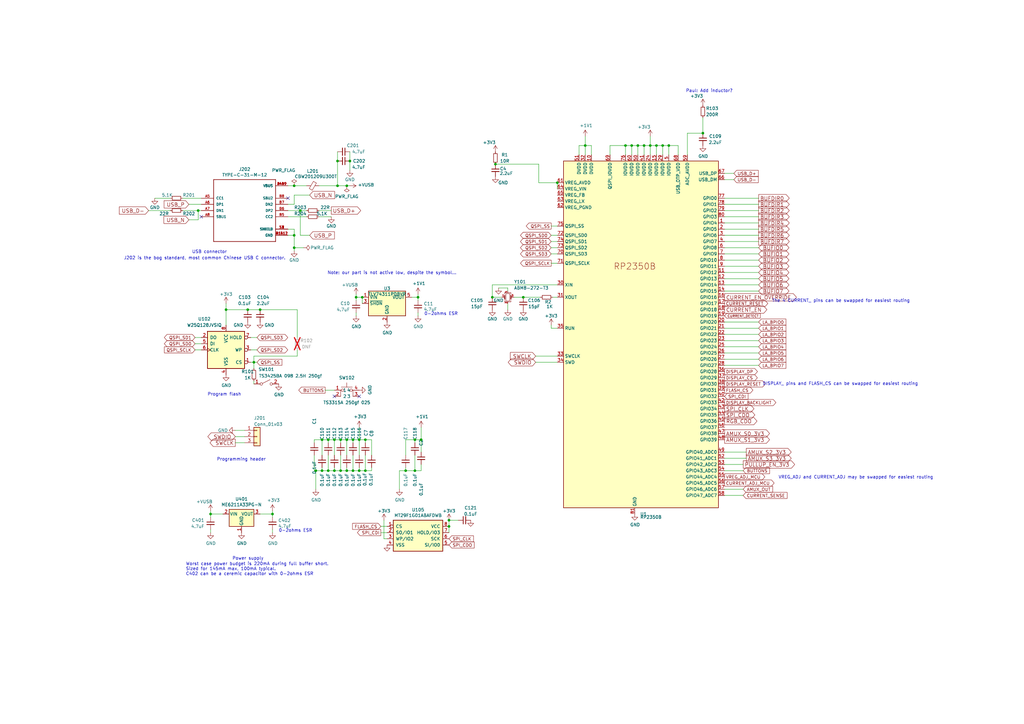
<source format=kicad_sch>
(kicad_sch (version 20250114) (generator "eeschema") (generator_version "9.0")
  (paper "A3")
  (text "The 4 CURRENT_ pins can be swapped for easiest routing" (at 344.932 123.444 0) (effects (font (size 1.27 1.27))))
  (text "Note: our part is not active low, despite the symbol..." (at 160.782 112.014 0) (effects (font (size 1.27 1.27))))
  (text "USB connector" (at 78.74 104.14 0) (effects (font (size 1.27 1.27)) (justify left bottom)))
  (text "DISPLAY_ pins and FLASH_CS can be swapped for easiest routing" (at 344.678 157.48 0) (effects (font (size 1.27 1.27))))
  (text "Power supply" (at 95.25 229.87 0) (effects (font (size 1.27 1.27)) (justify left bottom)))
  (text "J202 is the bog standard, most common Chinese USB C connector." (at 50.8 106.68 0) (effects (font (size 1.27 1.27)) (justify left bottom)))
  (text "Program flash" (at 85.09 162.56 0) (effects (font (size 1.27 1.27)) (justify left bottom)))
  (text "Worst case power budget is 220mA during full buffer short.\nSized for 145mA max, 100mA typical.\nC402 can be a ceremic capacitor with 0-2ohms ESR" (at 76.2 236.22 0) (effects (font (size 1.27 1.27)) (justify left bottom)))
  (text "Paul: Add inductor?" (at 281.305 38.1 0) (effects (font (size 1.27 1.27)) (justify left bottom)))
  (text "Programming header" (at 88.9 189.23 0) (effects (font (size 1.27 1.27)) (justify left bottom)))
  (text "VREG_ADJ and CURRENT_ADJ may be swapped for easiest routing" (at 351.028 195.834 0) (effects (font (size 1.27 1.27))))
  (text "0-2ohms ESR\n" (at 114.3 218.44 0) (effects (font (size 1.27 1.27)) (justify left bottom)))
  (text "0-2ohms ESR\n" (at 173.99 129.54 0) (effects (font (size 1.27 1.27)) (justify left bottom)))
  (junction (at 104.14 148.59))
  (junction (at 172.72 180.34))
  (junction (at 259.08 59.69))
  (junction (at 144.78 180.34))
  (junction (at 184.15 213.36))
  (junction (at 129.54 193.04))
  (junction (at 203.2 67.31))
  (junction (at 240.03 59.69))
  (junction (at 201.93 121.92))
  (junction (at 147.32 193.04))
  (junction (at 101.6 127))
  (junction (at 261.62 59.69))
  (junction (at 132.08 193.04))
  (junction (at 214.63 121.92))
  (junction (at 106.68 127))
  (junction (at 146.05 121.92))
  (junction (at 143.51 66.04))
  (junction (at 256.54 59.69))
  (junction (at 228.6 74.93))
  (junction (at 134.62 193.04))
  (junction (at 147.32 180.34))
  (junction (at 144.78 193.04))
  (junction (at 149.86 180.34))
  (junction (at 138.43 66.04))
  (junction (at 148.59 121.92))
  (junction (at 171.45 121.92))
  (junction (at 123.19 86.36))
  (junction (at 166.37 193.04))
  (junction (at 149.86 193.04))
  (junction (at 138.43 76.2))
  (junction (at 86.36 210.82))
  (junction (at 142.24 193.04))
  (junction (at 266.7 59.69))
  (junction (at 139.7 193.04))
  (junction (at 288.29 54.61))
  (junction (at 142.24 76.2))
  (junction (at 92.71 127))
  (junction (at 132.08 180.34))
  (junction (at 137.16 193.04))
  (junction (at 264.16 59.69))
  (junction (at 81.28 86.36))
  (junction (at 142.24 180.34))
  (junction (at 111.76 210.82))
  (junction (at 170.18 193.04))
  (junction (at 170.18 180.34))
  (junction (at 120.65 76.2))
  (junction (at 274.32 59.69))
  (junction (at 184.15 215.9))
  (junction (at 271.78 59.69))
  (junction (at 139.7 180.34))
  (junction (at 120.65 96.52))
  (junction (at 137.16 180.34))
  (junction (at 120.65 101.6))
  (junction (at 269.24 59.69))
  (junction (at 134.62 180.34))
  (no_connect (at 118.11 81.28))
  (no_connect (at 82.55 88.9))
  (no_connect (at 137.16 162.56))
  (no_connect (at 147.32 162.56))
  (wire (pts (xy 297.18 99.06) (xy 311.15 99.06)))
  (wire (pts (xy 271.78 59.69) (xy 274.32 59.69)))
  (wire (pts (xy 137.16 193.04) (xy 134.62 193.04)))
  (wire (pts (xy 228.6 99.06) (xy 226.06 99.06)))
  (wire (pts (xy 123.19 96.52) (xy 127 96.52)))
  (wire (pts (xy 152.4 180.34) (xy 149.86 180.34)))
  (wire (pts (xy 228.6 104.14) (xy 226.06 104.14)))
  (wire (pts (xy 281.94 54.61) (xy 281.94 63.5)))
  (wire (pts (xy 266.7 59.69) (xy 266.7 63.5)))
  (wire (pts (xy 219.71 148.59) (xy 228.6 148.59)))
  (wire (pts (xy 96.52 181.61) (xy 100.33 181.61)))
  (wire (pts (xy 137.16 186.69) (xy 137.16 180.34)))
  (wire (pts (xy 118.11 96.52) (xy 120.65 96.52)))
  (wire (pts (xy 121.92 127) (xy 106.68 127)))
  (wire (pts (xy 128.905 193.04) (xy 129.54 193.04)))
  (wire (pts (xy 171.45 121.92) (xy 171.45 123.19)))
  (wire (pts (xy 130.81 88.9) (xy 135.89 88.9)))
  (wire (pts (xy 132.08 193.04) (xy 129.54 193.04)))
  (wire (pts (xy 120.65 101.6) (xy 120.65 102.87)))
  (wire (pts (xy 143.51 66.04) (xy 143.51 69.85)))
  (wire (pts (xy 121.92 146.05) (xy 121.92 143.51)))
  (wire (pts (xy 228.6 146.05) (xy 219.71 146.05)))
  (wire (pts (xy 171.45 120.65) (xy 171.45 121.92)))
  (wire (pts (xy 82.55 81.28) (xy 74.93 81.28)))
  (wire (pts (xy 104.14 148.59) (xy 102.87 148.59)))
  (wire (pts (xy 148.59 121.92) (xy 148.59 124.46)))
  (wire (pts (xy 306.07 187.96) (xy 297.18 187.96)))
  (wire (pts (xy 297.18 119.38) (xy 311.15 119.38)))
  (wire (pts (xy 147.32 193.04) (xy 149.86 193.04)))
  (wire (pts (xy 92.71 127) (xy 92.71 124.46)))
  (wire (pts (xy 120.65 93.98) (xy 120.65 96.52)))
  (wire (pts (xy 221.615 121.92) (xy 214.63 121.92)))
  (wire (pts (xy 128.905 180.34) (xy 128.905 181.61)))
  (wire (pts (xy 82.55 83.82) (xy 77.47 83.82)))
  (wire (pts (xy 311.15 81.28) (xy 297.18 81.28)))
  (wire (pts (xy 146.05 128.27) (xy 146.05 129.54)))
  (wire (pts (xy 133.35 160.02) (xy 137.16 160.02)))
  (wire (pts (xy 269.24 59.69) (xy 271.78 59.69)))
  (wire (pts (xy 127 80.01) (xy 120.65 80.01)))
  (wire (pts (xy 111.76 210.82) (xy 111.76 212.09)))
  (wire (pts (xy 132.08 180.34) (xy 128.905 180.34)))
  (wire (pts (xy 105.41 148.59) (xy 104.14 148.59)))
  (wire (pts (xy 184.15 215.9) (xy 184.15 218.44)))
  (wire (pts (xy 139.7 186.69) (xy 139.7 193.04)))
  (wire (pts (xy 203.2 67.31) (xy 220.98 67.31)))
  (wire (pts (xy 240.03 55.88) (xy 240.03 59.69)))
  (wire (pts (xy 297.18 88.9) (xy 311.15 88.9)))
  (wire (pts (xy 149.86 186.69) (xy 149.86 193.04)))
  (wire (pts (xy 269.24 59.69) (xy 269.24 63.5)))
  (wire (pts (xy 86.36 209.55) (xy 86.36 210.82)))
  (wire (pts (xy 311.15 147.32) (xy 297.18 147.32)))
  (wire (pts (xy 101.6 127) (xy 92.71 127)))
  (wire (pts (xy 144.78 181.61) (xy 144.78 180.34)))
  (wire (pts (xy 82.55 140.97) (xy 80.01 140.97)))
  (wire (pts (xy 124.46 101.6) (xy 120.65 101.6)))
  (wire (pts (xy 228.6 74.93) (xy 228.6 77.47)))
  (wire (pts (xy 69.85 81.28) (xy 63.5 81.28)))
  (wire (pts (xy 172.72 175.26) (xy 172.72 180.34)))
  (wire (pts (xy 297.18 83.82) (xy 311.15 83.82)))
  (wire (pts (xy 205.74 121.92) (xy 201.93 121.92)))
  (wire (pts (xy 144.78 180.34) (xy 142.24 180.34)))
  (wire (pts (xy 288.29 48.26) (xy 288.29 54.61)))
  (wire (pts (xy 139.7 193.04) (xy 137.16 193.04)))
  (wire (pts (xy 311.15 144.78) (xy 297.18 144.78)))
  (wire (pts (xy 147.32 180.34) (xy 147.32 175.26)))
  (wire (pts (xy 228.6 101.6) (xy 226.06 101.6)))
  (wire (pts (xy 158.75 220.98) (xy 157.48 220.98)))
  (wire (pts (xy 111.76 209.55) (xy 111.76 210.82)))
  (wire (pts (xy 300.99 71.12) (xy 297.18 71.12)))
  (wire (pts (xy 149.86 181.61) (xy 149.86 180.34)))
  (wire (pts (xy 166.37 180.34) (xy 170.18 180.34)))
  (wire (pts (xy 278.13 59.69) (xy 278.13 63.5)))
  (wire (pts (xy 96.52 179.07) (xy 100.33 179.07)))
  (wire (pts (xy 120.65 83.82) (xy 118.11 83.82)))
  (wire (pts (xy 297.18 116.84) (xy 311.15 116.84)))
  (wire (pts (xy 120.65 80.01) (xy 120.65 83.82)))
  (wire (pts (xy 311.15 142.24) (xy 297.18 142.24)))
  (wire (pts (xy 266.7 59.69) (xy 269.24 59.69)))
  (wire (pts (xy 132.08 191.77) (xy 132.08 193.04)))
  (wire (pts (xy 120.65 76.2) (xy 125.73 76.2)))
  (wire (pts (xy 228.6 116.84) (xy 201.93 116.84)))
  (wire (pts (xy 184.15 213.36) (xy 184.15 215.9)))
  (wire (pts (xy 92.71 133.35) (xy 92.71 127)))
  (wire (pts (xy 143.51 62.23) (xy 143.51 66.04)))
  (wire (pts (xy 134.62 193.04) (xy 132.08 193.04)))
  (wire (pts (xy 300.99 73.66) (xy 297.18 73.66)))
  (wire (pts (xy 104.14 148.59) (xy 104.14 146.05)))
  (wire (pts (xy 138.43 76.2) (xy 142.24 76.2)))
  (wire (pts (xy 311.15 149.86) (xy 297.18 149.86)))
  (wire (pts (xy 139.7 180.34) (xy 137.16 180.34)))
  (wire (pts (xy 118.11 93.98) (xy 120.65 93.98)))
  (wire (pts (xy 134.62 180.34) (xy 132.08 180.34)))
  (wire (pts (xy 138.43 66.04) (xy 138.43 76.2)))
  (wire (pts (xy 168.91 121.92) (xy 171.45 121.92)))
  (wire (pts (xy 121.92 138.43) (xy 121.92 127)))
  (wire (pts (xy 172.72 180.34) (xy 172.72 185.42)))
  (wire (pts (xy 152.4 186.69) (xy 152.4 180.34)))
  (wire (pts (xy 166.37 186.69) (xy 166.37 180.34)))
  (wire (pts (xy 311.15 96.52) (xy 297.18 96.52)))
  (wire (pts (xy 228.6 74.93) (xy 220.98 74.93)))
  (wire (pts (xy 125.73 86.36) (xy 123.19 86.36)))
  (wire (pts (xy 228.6 92.71) (xy 226.06 92.71)))
  (wire (pts (xy 138.43 62.23) (xy 138.43 66.04)))
  (wire (pts (xy 149.86 180.34) (xy 147.32 180.34)))
  (wire (pts (xy 297.18 114.3) (xy 311.15 114.3)))
  (wire (pts (xy 170.18 193.04) (xy 172.72 193.04)))
  (wire (pts (xy 228.6 134.62) (xy 226.06 134.62)))
  (wire (pts (xy 134.62 186.69) (xy 134.62 193.04)))
  (wire (pts (xy 132.08 186.69) (xy 132.08 180.34)))
  (wire (pts (xy 104.14 157.48) (xy 104.14 156.21)))
  (wire (pts (xy 142.24 191.77) (xy 142.24 193.04)))
  (wire (pts (xy 187.96 213.36) (xy 184.15 213.36)))
  (wire (pts (xy 146.05 123.19) (xy 146.05 121.92)))
  (wire (pts (xy 86.36 217.17) (xy 86.36 218.44)))
  (wire (pts (xy 96.52 176.53) (xy 100.33 176.53)))
  (wire (pts (xy 147.32 191.77) (xy 147.32 193.04)))
  (wire (pts (xy 297.18 111.76) (xy 311.15 111.76)))
  (wire (pts (xy 130.81 76.2) (xy 138.43 76.2)))
  (wire (pts (xy 311.15 132.08) (xy 297.18 132.08)))
  (wire (pts (xy 220.98 74.93) (xy 220.98 67.31)))
  (wire (pts (xy 137.16 180.34) (xy 134.62 180.34)))
  (wire (pts (xy 304.8 190.5) (xy 297.18 190.5)))
  (wire (pts (xy 250.19 59.69) (xy 256.54 59.69)))
  (wire (pts (xy 297.18 185.42) (xy 306.07 185.42)))
  (wire (pts (xy 82.55 86.36) (xy 81.28 86.36)))
  (wire (pts (xy 304.8 200.66) (xy 297.18 200.66)))
  (wire (pts (xy 250.19 63.5) (xy 250.19 59.69)))
  (wire (pts (xy 147.32 193.04) (xy 144.78 193.04)))
  (wire (pts (xy 266.7 55.88) (xy 266.7 59.69)))
  (wire (pts (xy 104.14 146.05) (xy 121.92 146.05)))
  (wire (pts (xy 311.15 134.62) (xy 297.18 134.62)))
  (wire (pts (xy 311.15 86.36) (xy 297.18 86.36)))
  (wire (pts (xy 82.55 138.43) (xy 80.01 138.43)))
  (wire (pts (xy 130.81 86.36) (xy 135.89 86.36)))
  (wire (pts (xy 134.62 181.61) (xy 134.62 180.34)))
  (wire (pts (xy 281.94 54.61) (xy 288.29 54.61)))
  (wire (pts (xy 311.15 137.16) (xy 297.18 137.16)))
  (wire (pts (xy 144.78 193.04) (xy 142.24 193.04)))
  (wire (pts (xy 264.16 59.69) (xy 264.16 63.5)))
  (wire (pts (xy 118.11 86.36) (xy 123.19 86.36)))
  (wire (pts (xy 297.18 104.14) (xy 311.15 104.14)))
  (wire (pts (xy 242.57 59.69) (xy 242.57 63.5)))
  (wire (pts (xy 148.59 121.92) (xy 146.05 121.92)))
  (wire (pts (xy 228.6 96.52) (xy 226.06 96.52)))
  (wire (pts (xy 170.18 186.69) (xy 170.18 193.04)))
  (wire (pts (xy 163.83 193.04) (xy 163.83 200.66)))
  (wire (pts (xy 106.68 127) (xy 101.6 127)))
  (wire (pts (xy 81.28 90.17) (xy 81.28 86.36)))
  (wire (pts (xy 81.28 86.36) (xy 74.93 86.36)))
  (wire (pts (xy 158.75 215.9) (xy 156.21 215.9)))
  (wire (pts (xy 240.03 59.69) (xy 242.57 59.69)))
  (wire (pts (xy 104.14 151.13) (xy 104.14 148.59)))
  (wire (pts (xy 297.18 193.04) (xy 304.8 193.04)))
  (wire (pts (xy 311.15 139.7) (xy 297.18 139.7)))
  (wire (pts (xy 142.24 193.04) (xy 139.7 193.04)))
  (wire (pts (xy 144.78 186.69) (xy 144.78 193.04)))
  (wire (pts (xy 311.15 101.6) (xy 297.18 101.6)))
  (wire (pts (xy 228.6 107.95) (xy 226.06 107.95)))
  (wire (pts (xy 137.16 191.77) (xy 137.16 193.04)))
  (wire (pts (xy 147.32 186.69) (xy 147.32 180.34)))
  (wire (pts (xy 208.28 124.46) (xy 208.28 127)))
  (wire (pts (xy 170.18 180.34) (xy 170.18 181.61)))
  (wire (pts (xy 128.905 186.69) (xy 128.905 193.04)))
  (wire (pts (xy 69.85 86.36) (xy 60.96 86.36)))
  (wire (pts (xy 261.62 59.69) (xy 264.16 59.69)))
  (wire (pts (xy 261.62 59.69) (xy 261.62 63.5)))
  (wire (pts (xy 86.36 212.09) (xy 86.36 210.82)))
  (wire (pts (xy 156.21 218.44) (xy 158.75 218.44)))
  (wire (pts (xy 166.37 191.77) (xy 166.37 193.04)))
  (wire (pts (xy 152.4 193.04) (xy 152.4 191.77)))
  (wire (pts (xy 142.24 180.34) (xy 139.7 180.34)))
  (wire (pts (xy 208.28 118.11) (xy 208.28 119.38)))
  (wire (pts (xy 123.19 86.36) (xy 123.19 96.52)))
  (wire (pts (xy 142.24 186.69) (xy 142.24 180.34)))
  (wire (pts (xy 118.11 76.2) (xy 120.65 76.2)))
  (wire (pts (xy 271.78 63.5) (xy 271.78 59.69)))
  (wire (pts (xy 256.54 59.69) (xy 256.54 63.5)))
  (wire (pts (xy 311.15 91.44) (xy 297.18 91.44)))
  (wire (pts (xy 259.08 59.69) (xy 261.62 59.69)))
  (wire (pts (xy 105.41 138.43) (xy 102.87 138.43)))
  (wire (pts (xy 118.11 88.9) (xy 125.73 88.9)))
  (wire (pts (xy 146.05 120.65) (xy 146.05 121.92)))
  (wire (pts (xy 297.18 93.98) (xy 311.15 93.98)))
  (wire (pts (xy 274.32 59.69) (xy 274.32 63.5)))
  (wire (pts (xy 144.78 180.34) (xy 147.32 180.34)))
  (wire (pts (xy 201.93 116.84) (xy 201.93 121.92)))
  (wire (pts (xy 240.03 59.69) (xy 237.49 59.69)))
  (wire (pts (xy 172.72 190.5) (xy 172.72 193.04)))
  (wire (pts (xy 259.08 59.69) (xy 259.08 63.5)))
  (wire (pts (xy 274.32 59.69) (xy 278.13 59.69)))
  (wire (pts (xy 166.37 193.04) (xy 170.18 193.04)))
  (wire (pts (xy 149.86 193.04) (xy 152.4 193.04)))
  (wire (pts (xy 105.41 143.51) (xy 102.87 143.51)))
  (wire (pts (xy 228.6 121.92) (xy 226.695 121.92)))
  (wire (pts (xy 204.47 118.11) (xy 208.28 118.11)))
  (wire (pts (xy 163.83 193.04) (xy 166.37 193.04)))
  (wire (pts (xy 120.65 96.52) (xy 120.65 101.6)))
  (wire (pts (xy 139.7 181.61) (xy 139.7 180.34)))
  (wire (pts (xy 142.24 76.2) (xy 143.51 76.2)))
  (wire (pts (xy 237.49 59.69) (xy 237.49 63.5)))
  (wire (pts (xy 171.45 128.27) (xy 171.45 129.54)))
  (wire (pts (xy 264.16 59.69) (xy 266.7 59.69)))
  (wire (pts (xy 210.82 121.92) (xy 214.63 121.92)))
  (wire (pts (xy 256.54 59.69) (xy 259.08 59.69)))
  (wire (pts (xy 304.8 203.2) (xy 297.18 203.2)))
  (wire (pts (xy 82.55 143.51) (xy 80.01 143.51)))
  (wire (pts (xy 311.15 106.68) (xy 297.18 106.68)))
  (wire (pts (xy 172.72 180.34) (xy 170.18 180.34)))
  (wire (pts (xy 106.68 210.82) (xy 111.76 210.82)))
  (wire (pts (xy 111.76 217.17) (xy 111.76 218.44)))
  (wire (pts (xy 77.47 90.17) (xy 81.28 90.17)))
  (wire (pts (xy 157.48 220.98) (xy 157.48 213.36)))
  (wire (pts (xy 91.44 210.82) (xy 86.36 210.82)))
  (wire (pts (xy 297.18 109.22) (xy 311.15 109.22)))
  (wire (pts (xy 240.03 59.69) (xy 240.03 63.5)))
  (wire (pts (xy 226.06 134.62) (xy 226.06 133.35)))
  (wire (pts (xy 129.54 193.04) (xy 129.54 200.66)))
  (global_label "BUFIO3" (shape bidirectional) (at 311.15 109.22 0) (effects (font (size 1.524 1.524))) (property "Intersheetrefs" "${INTERSHEET_REFS}" (effects (hide yes))))
  (global_label "BUFDIR3" (shape output) (at 311.15 88.9 0) (effects (font (size 1.524 1.524))) (property "Intersheetrefs" "${INTERSHEET_REFS}" (effects (hide yes))))
  (global_label "DISPLAY_RESET" (shape output) (at 297.18 157.48 0) (property "Intersheetrefs" "${INTERSHEET_REFS}" (effects (hide yes))))
  (global_label "BUFIO1" (shape bidirectional) (at 311.15 104.14 0) (effects (font (size 1.524 1.524))) (property "Intersheetrefs" "${INTERSHEET_REFS}" (effects (hide yes))))
  (global_label "LA_BPIO4" (shape input) (at 311.15 142.24 0) (property "Intersheetrefs" "${INTERSHEET_REFS}" (effects (hide yes))))
  (global_label "QSPI_SD3" (shape bidirectional) (at 226.06 104.14 180) (property "Intersheetrefs" "${INTERSHEET_REFS}" (effects (hide yes))))
  (global_label "SWDIO" (shape bidirectional) (at 219.71 148.59 180) (effects (font (size 1.524 1.524))) (property "Intersheetrefs" "${INTERSHEET_REFS}" (effects (hide yes))))
  (global_label "QSPI_SCLK" (shape input) (at 80.01 143.51 180) (property "Intersheetrefs" "${INTERSHEET_REFS}" (effects (hide yes))))
  (global_label "SPI_CDO" (shape input) (at 184.15 223.52 0) (property "Intersheetrefs" "${INTERSHEET_REFS}" (effects (hide yes))))
  (global_label "QSPI_SS" (shape input) (at 105.41 148.59 0) (property "Intersheetrefs" "${INTERSHEET_REFS}" (effects (hide yes))))
  (global_label "AMUX_S1_3V3" (shape output) (at 297.18 180.34 0) (effects (font (size 1.524 1.524))) (property "Intersheetrefs" "${INTERSHEET_REFS}" (effects (hide yes))))
  (global_label "SPI_CDI" (shape output) (at 156.21 218.44 180) (property "Intersheetrefs" "${INTERSHEET_REFS}" (effects (hide yes))))
  (global_label "FLASH_CS" (shape input) (at 156.21 215.9 180) (property "Intersheetrefs" "${INTERSHEET_REFS}" (effects (hide yes))))
  (global_label "RGB_CDO" (shape output) (at 297.18 172.72 0) (effects (font (size 1.524 1.524))) (property "Intersheetrefs" "${INTERSHEET_REFS}" (effects (hide yes))))
  (global_label "AMUX_S0_3V3" (shape output) (at 297.18 177.8 0) (effects (font (size 1.524 1.524))) (property "Intersheetrefs" "${INTERSHEET_REFS}" (effects (hide yes))))
  (global_label "USB_N" (shape input) (at 77.47 90.17 180) (effects (font (size 1.524 1.524))) (property "Intersheetrefs" "${INTERSHEET_REFS}" (effects (hide yes))))
  (global_label "USB_P" (shape input) (at 77.47 83.82 180) (effects (font (size 1.524 1.524))) (property "Intersheetrefs" "${INTERSHEET_REFS}" (effects (hide yes))))
  (global_label "LA_BPIO6" (shape input) (at 311.15 147.32 0) (property "Intersheetrefs" "${INTERSHEET_REFS}" (effects (hide yes))))
  (global_label "SWCLK" (shape output) (at 96.52 181.61 180) (effects (font (size 1.524 1.524))) (property "Intersheetrefs" "${INTERSHEET_REFS}" (effects (hide yes))))
  (global_label "CURRENT_DETECT" (shape input) (at 297.18 129.54 0) (effects (font (size 0.9906 0.9906))) (property "Intersheetrefs" "${INTERSHEET_REFS}" (effects (hide yes))))
  (global_label "CURRENT_EN" (shape output) (at 297.18 127 0) (effects (font (size 1.524 1.524))) (property "Intersheetrefs" "${INTERSHEET_REFS}" (effects (hide yes))))
  (global_label "CURRENT_SENSE" (shape input) (at 304.8 203.2 0) (property "Intersheetrefs" "${INTERSHEET_REFS}" (effects (hide yes))))
  (global_label "QSPI_SCLK" (shape output) (at 226.06 107.95 180) (property "Intersheetrefs" "${INTERSHEET_REFS}" (effects (hide yes))))
  (global_label "DISPLAY_BACKLIGHT" (shape output) (at 297.18 165.1 0) (property "Intersheetrefs" "${INTERSHEET_REFS}" (effects (hide yes))))
  (global_label "BUTTONS" (shape input) (at 304.8 193.04 0) (property "Intersheetrefs" "${INTERSHEET_REFS}" (effects (hide yes))))
  (global_label "CURRENT_EN_OVERRIDE" (shape output) (at 297.18 121.92 0) (effects (font (size 1.524 1.524))) (property "Intersheetrefs" "${INTERSHEET_REFS}" (effects (hide yes))))
  (global_label "BUFDIR1" (shape output) (at 311.15 83.82 0) (effects (font (size 1.524 1.524))) (property "Intersheetrefs" "${INTERSHEET_REFS}" (effects (hide yes))))
  (global_label "BUFIO7" (shape bidirectional) (at 311.15 119.38 0) (effects (font (size 1.524 1.524))) (property "Intersheetrefs" "${INTERSHEET_REFS}" (effects (hide yes))))
  (global_label "LA_BPIO3" (shape input) (at 311.15 139.7 0) (property "Intersheetrefs" "${INTERSHEET_REFS}" (effects (hide yes))))
  (global_label "LA_BPIO2" (shape input) (at 311.15 137.16 0) (property "Intersheetrefs" "${INTERSHEET_REFS}" (effects (hide yes))))
  (global_label "PULLUP_EN_3V3" (shape output) (at 304.8 190.5 0) (effects (font (size 1.524 1.524))) (property "Intersheetrefs" "${INTERSHEET_REFS}" (effects (hide yes))))
  (global_label "CURRENT_RESET" (shape output) (at 297.18 124.46 0) (property "Intersheetrefs" "${INTERSHEET_REFS}" (effects (hide yes))))
  (global_label "AMUX_OUT" (shape input) (at 304.8 200.66 0) (property "Intersheetrefs" "${INTERSHEET_REFS}" (effects (hide yes))))
  (global_label "QSPI_SD2" (shape bidirectional) (at 105.41 143.51 0) (property "Intersheetrefs" "${INTERSHEET_REFS}" (effects (hide yes))))
  (global_label "BUFDIR0" (shape output) (at 311.15 81.28 0) (effects (font (size 1.524 1.524))) (property "Intersheetrefs" "${INTERSHEET_REFS}" (effects (hide yes))))
  (global_label "SPI_CLK" (shape output) (at 297.18 167.64 0) (effects (font (size 1.524 1.524))) (property "Intersheetrefs" "${INTERSHEET_REFS}" (effects (hide yes))))
  (global_label "BUFIO6" (shape bidirectional) (at 311.15 116.84 0) (effects (font (size 1.524 1.524))) (property "Intersheetrefs" "${INTERSHEET_REFS}" (effects (hide yes))))
  (global_label "BUTTONS" (shape output) (at 133.35 160.02 180) (property "Intersheetrefs" "${INTERSHEET_REFS}" (effects (hide yes))))
  (global_label "QSPI_SS" (shape output) (at 226.06 92.71 180) (property "Intersheetrefs" "${INTERSHEET_REFS}" (effects (hide yes))))
  (global_label "SPI_CDI" (shape input) (at 297.18 162.56 0) (property "Intersheetrefs" "${INTERSHEET_REFS}" (effects (hide yes))))
  (global_label "SWCLK" (shape input) (at 219.71 146.05 180) (effects (font (size 1.524 1.524))) (property "Intersheetrefs" "${INTERSHEET_REFS}" (effects (hide yes))))
  (global_label "QSPI_SD1" (shape bidirectional) (at 80.01 138.43 180) (property "Intersheetrefs" "${INTERSHEET_REFS}" (effects (hide yes))))
  (global_label "VREG_ADJ_MCU" (shape output) (at 297.18 195.58 0) (property "Intersheetrefs" "${INTERSHEET_REFS}" (effects (hide yes))))
  (global_label "LA_BPIO1" (shape input) (at 311.15 134.62 0) (property "Intersheetrefs" "${INTERSHEET_REFS}" (effects (hide yes))))
  (global_label "DISPLAY_CS" (shape output) (at 297.18 154.94 0) (property "Intersheetrefs" "${INTERSHEET_REFS}" (effects (hide yes))))
  (global_label "USB_D-" (shape input) (at 60.96 86.36 180) (effects (font (size 1.524 1.524))) (property "Intersheetrefs" "${INTERSHEET_REFS}" (effects (hide yes))))
  (global_label "QSPI_SD2" (shape bidirectional) (at 226.06 101.6 180) (property "Intersheetrefs" "${INTERSHEET_REFS}" (effects (hide yes))))
  (global_label "LA_BPIO0" (shape input) (at 311.15 132.08 0) (property "Intersheetrefs" "${INTERSHEET_REFS}" (effects (hide yes))))
  (global_label "USB_D+" (shape input) (at 300.99 71.12 0) (property "Intersheetrefs" "${INTERSHEET_REFS}" (effects (hide yes))))
  (global_label "BUFDIR2" (shape output) (at 311.15 86.36 0) (effects (font (size 1.524 1.524))) (property "Intersheetrefs" "${INTERSHEET_REFS}" (effects (hide yes))))
  (global_label "SPI_CLK" (shape input) (at 184.15 220.98 0) (property "Intersheetrefs" "${INTERSHEET_REFS}" (effects (hide yes))))
  (global_label "DISPLAY_DP" (shape output) (at 297.18 152.4 0) (property "Intersheetrefs" "${INTERSHEET_REFS}" (effects (hide yes))))
  (global_label "QSPI_SD1" (shape bidirectional) (at 226.06 99.06 180) (property "Intersheetrefs" "${INTERSHEET_REFS}" (effects (hide yes))))
  (global_label "LA_BPIO7" (shape input) (at 311.15 149.86 0) (property "Intersheetrefs" "${INTERSHEET_REFS}" (effects (hide yes))))
  (global_label "BUFDIR6" (shape output) (at 311.15 96.52 0) (effects (font (size 1.524 1.524))) (property "Intersheetrefs" "${INTERSHEET_REFS}" (effects (hide yes))))
  (global_label "QSPI_SD0" (shape bidirectional) (at 226.06 96.52 180) (property "Intersheetrefs" "${INTERSHEET_REFS}" (effects (hide yes))))
  (global_label "USB_P" (shape input) (at 127 96.52 0) (effects (font (size 1.524 1.524))) (property "Intersheetrefs" "${INTERSHEET_REFS}" (effects (hide yes))))
  (global_label "USB_N" (shape input) (at 127 80.01 0) (effects (font (size 1.524 1.524))) (property "Intersheetrefs" "${INTERSHEET_REFS}" (effects (hide yes))))
  (global_label "BUFIO4" (shape bidirectional) (at 311.15 111.76 0) (effects (font (size 1.524 1.524))) (property "Intersheetrefs" "${INTERSHEET_REFS}" (effects (hide yes))))
  (global_label "CURRENT_ADJ_MCU" (shape output) (at 297.18 198.12 0) (property "Intersheetrefs" "${INTERSHEET_REFS}" (effects (hide yes))))
  (global_label "QSPI_SD3" (shape bidirectional) (at 105.41 138.43 0) (property "Intersheetrefs" "${INTERSHEET_REFS}" (effects (hide yes))))
  (global_label "LA_BPIO5" (shape input) (at 311.15 144.78 0) (property "Intersheetrefs" "${INTERSHEET_REFS}" (effects (hide yes))))
  (global_label "BUFIO0" (shape bidirectional) (at 311.15 101.6 0) (effects (font (size 1.524 1.524))) (property "Intersheetrefs" "${INTERSHEET_REFS}" (effects (hide yes))))
  (global_label "SWDIO" (shape bidirectional) (at 96.52 179.07 180) (effects (font (size 1.524 1.524))) (property "Intersheetrefs" "${INTERSHEET_REFS}" (effects (hide yes))))
  (global_label "BUFDIR4" (shape output) (at 311.15 91.44 0) (effects (font (size 1.524 1.524))) (property "Intersheetrefs" "${INTERSHEET_REFS}" (effects (hide yes))))
  (global_label "BUFDIR5" (shape output) (at 311.15 93.98 0) (effects (font (size 1.524 1.524))) (property "Intersheetrefs" "${INTERSHEET_REFS}" (effects (hide yes))))
  (global_label "BUFDIR7" (shape output) (at 311.15 99.06 0) (effects (font (size 1.524 1.524))) (property "Intersheetrefs" "${INTERSHEET_REFS}" (effects (hide yes))))
  (global_label "USB_D+" (shape output) (at 135.89 86.36 0) (effects (font (size 1.524 1.524))) (property "Intersheetrefs" "${INTERSHEET_REFS}" (effects (hide yes))))
  (global_label "BUFIO5" (shape bidirectional) (at 311.15 114.3 0) (effects (font (size 1.524 1.524))) (property "Intersheetrefs" "${INTERSHEET_REFS}" (effects (hide yes))))
  (global_label "BUFIO2" (shape bidirectional) (at 311.15 106.68 0) (effects (font (size 1.524 1.524))) (property "Intersheetrefs" "${INTERSHEET_REFS}" (effects (hide yes))))
  (global_label "QSPI_SD0" (shape bidirectional) (at 80.01 140.97 180) (property "Intersheetrefs" "${INTERSHEET_REFS}" (effects (hide yes))))
  (global_label "SPI_CDO" (shape output) (at 297.18 170.18 0) (effects (font (size 1.524 1.524))) (property "Intersheetrefs" "${INTERSHEET_REFS}" (effects (hide yes))))
  (global_label "USB_D-" (shape input) (at 300.99 73.66 0) (property "Intersheetrefs" "${INTERSHEET_REFS}" (effects (hide yes))))
  (global_label "FLASH_CS" (shape output) (at 297.18 160.02 0) (property "Intersheetrefs" "${INTERSHEET_REFS}" (effects (hide yes))))
  (global_label "AMUX_S3_3V3" (shape output) (at 306.07 187.96 0) (effects (font (size 1.524 1.524))) (property "Intersheetrefs" "${INTERSHEET_REFS}" (effects (hide yes))))
  (global_label "AMUX_S2_3V3" (shape output) (at 306.07 185.42 0) (effects (font (size 1.524 1.524))) (property "Intersheetrefs" "${INTERSHEET_REFS}" (effects (hide yes))))
  (symbol (lib_id "Device:C_Small") (at 86.36 214.63 0) (unit 1)
    (property "Reference" "C401" (at 83.82 213.36 0) (effects (justify right)))
    (property "Value" "4.7uF" (at 83.82 215.9 0) (effects (justify right)))
    (property "Footprint" "Capacitor_SMD:C_0402_1005Metric" (effects (hide yes)))
    (property "RMB" "0.037726" (effects (hide yes)))
    (property "Supplier" "https://item.szlcsc.com/1877.html" (effects (hide yes)))
  )
  (symbol (lib_id "Device:C_Small") (at 111.76 214.63 0) (unit 1)
    (property "Reference" "C402" (at 114.0968 213.4616 0) (effects (justify left)))
    (property "Value" "4.7uF" (at 114.0968 215.773 0) (effects (justify left)))
    (property "Footprint" "Capacitor_SMD:C_0402_1005Metric" (effects (hide yes)))
    (property "RMB" "0.043101" (effects (hide yes)))
    (property "Supplier" "https://item.szlcsc.com/108589.html" (effects (hide yes)))
  )
  (symbol (lib_id "power:GND") (at 99.06 218.44 0) (unit 1)
    (property "Reference" "#PWR0403" (effects (hide yes)))
    (property "Value" "GND" (at 99.187 222.8342 0))
  )
  (symbol (lib_id "power:GND") (at 86.36 218.44 0) (unit 1)
    (property "Reference" "#PWR0402" (effects (hide yes)))
    (property "Value" "GND" (at 86.487 222.8342 0))
  )
  (symbol (lib_id "power:GND") (at 111.76 218.44 0) (unit 1)
    (property "Reference" "#PWR0405" (effects (hide yes)))
    (property "Value" "GND" (at 111.887 222.8342 0))
  )
  (symbol (lib_id "power:+3V3") (at 111.76 209.55 0) (unit 1)
    (property "Reference" "#PWR0404" (effects (hide yes)))
    (property "Value" "+3V3" (at 112.141 205.1558 0))
  )
  (symbol (lib_id "kicad5-device:Ferrite_Bead_Small") (at 128.27 76.2 270) (unit 1)
    (property "Reference" "L201" (at 128.27 70.1802 90))
    (property "Value" "CBW201209U300T" (at 129.54 72.39 90))
    (property "Footprint" "Inductor_SMD:L_0805_2012Metric" (effects (hide yes)))
    (property "RMB" "0.175802	0.175802" (effects (hide yes)))
    (property "Supplier" "https://item.szlcsc.com/263551.html" (effects (hide yes)))
  )
  (symbol (lib_id "power:GND") (at 143.51 69.85 0) (unit 1)
    (property "Reference" "#PWR0205" (effects (hide yes)))
    (property "Value" "GND" (at 143.51 73.66 0))
  )
  (symbol (lib_id "Device:R_Small") (at 72.39 81.28 90) (mirror x) (unit 1)
    (property "Reference" "R201" (at 77.47 80.01 90))
    (property "Value" "5.1K" (at 68.58 80.01 90))
    (property "Footprint" "Resistor_SMD:R_0402_1005Metric" (effects (hide yes)))
    (property "RMB" "0.0065" (effects (hide yes)))
    (property "Supplier" "https://item.szlcsc.com/107087.html" (effects (hide yes)))
  )
  (symbol (lib_id "Device:R_Small") (at 128.27 88.9 270) (unit 1)
    (property "Reference" "R204" (at 123.19 87.63 90))
    (property "Value" "5.1K" (at 132.08 87.63 90))
    (property "Footprint" "Resistor_SMD:R_0402_1005Metric" (effects (hide yes)))
    (property "RMB" "0.0065" (effects (hide yes)))
    (property "Supplier" "https://item.szlcsc.com/107087.html" (effects (hide yes)))
  )
  (symbol (lib_id "power:GND") (at 135.89 88.9 0) (unit 1)
    (property "Reference" "#PWR0204" (effects (hide yes)))
    (property "Value" "GND" (at 135.89 92.71 0))
  )
  (symbol (lib_id "Device:R_Small") (at 72.39 86.36 90) (mirror x) (unit 1)
    (property "Reference" "R202" (at 77.47 87.63 90))
    (property "Value" "22R" (at 67.31 87.63 90))
    (property "Footprint" "Resistor_SMD:R_0402_1005Metric" (effects (hide yes)))
    (property "RMB" "0.006505" (effects (hide yes)))
    (property "Supplier" "https://item.szlcsc.com/116009.html" (effects (hide yes)))
  )
  (symbol (lib_id "power:GND") (at 120.65 102.87 0) (unit 1)
    (property "Reference" "#PWR0203" (effects (hide yes)))
    (property "Value" "GND" (at 120.65 106.68 0))
  )
  (symbol (lib_id "power:GND") (at 96.52 176.53 270) (unit 1)
    (property "Reference" "#PWR0202" (effects (hide yes)))
    (property "Value" "GND" (at 91.44 176.53 90))
  )
  (symbol (lib_id "dp-power:+VUSB") (at 86.36 209.55 0) (unit 1)
    (property "Reference" "#PWR0401" (effects (hide yes)))
    (property "Value" "+VUSB" (at 83.82 205.74 0))
  )
  (symbol (lib_id "dp-power:+VUSB") (at 143.51 76.2 270) (unit 1)
    (property "Reference" "#PWR0206" (effects (hide yes)))
    (property "Value" "+VUSB" (at 146.7612 75.819 90) (effects (justify left)))
  )
  (symbol (lib_id "power:PWR_FLAG") (at 120.65 76.2 0) (unit 1)
    (property "Reference" "#FLG0201" (effects (hide yes)))
    (property "Value" "PWR_FLAG" (at 116.332 69.85 0))
  )
  (symbol (lib_id "power:GND") (at 63.5 81.28 0) (unit 1)
    (property "Reference" "#PWR0201" (effects (hide yes)))
    (property "Value" "GND" (at 63.5 85.09 0))
  )
  (symbol (lib_id "power:PWR_FLAG") (at 142.24 76.2 180) (unit 1)
    (property "Reference" "#FLG0203" (effects (hide yes)))
    (property "Value" "PWR_FLAG" (at 142.24 80.5942 0))
  )
  (symbol (lib_id "power:PWR_FLAG") (at 124.46 101.6 270) (unit 1)
    (property "Reference" "#FLG0202" (effects (hide yes)))
    (property "Value" "PWR_FLAG" (at 132.08 101.6 90))
  )
  (symbol (lib_id "Device:C_Small") (at 101.6 129.54 0) (unit 1)
    (property "Reference" "C103" (at 100.33 121.92 0))
    (property "Value" "0.1uF" (at 100.33 124.46 0))
    (property "Footprint" "Capacitor_SMD:C_0402_1005Metric" (effects (hide yes)))
    (property "RMB" "0.00628" (effects (hide yes)))
    (property "Supplier" "https://item.szlcsc.com/1877.html" (effects (hide yes)))
  )
  (symbol (lib_id "power:GND") (at 101.6 132.08 0) (unit 1)
    (property "Reference" "#PWR0107" (effects (hide yes)))
    (property "Value" "GND" (at 97.79 133.35 0))
  )
  (symbol (lib_id "power:GND") (at 92.71 153.67 0) (unit 1)
    (property "Reference" "#PWR0105" (effects (hide yes)))
    (property "Value" "GND" (at 92.837 158.0642 0))
  )
  (symbol (lib_id "power:+3V3") (at 92.71 124.46 0) (unit 1)
    (property "Reference" "#PWR0104" (effects (hide yes)))
    (property "Value" "+3V3" (at 92.71 120.65 0))
  )
  (symbol (lib_id "power:GND") (at 214.63 127 0) (unit 1)
    (property "Reference" "#PWR0114" (effects (hide yes)))
    (property "Value" "GND" (at 214.63 130.81 0))
  )
  (symbol (lib_id "Device:C_Small") (at 214.63 124.46 0) (unit 1)
    (property "Reference" "C106" (at 219.075 123.19 0))
    (property "Value" "15pF" (at 219.075 125.73 0))
    (property "Footprint" "Capacitor_SMD:C_0402_1005Metric" (effects (hide yes)))
    (property "RMB" "0.022142" (effects (hide yes)))
    (property "Supplier" "https://item.szlcsc.com/306263.html" (effects (hide yes)))
  )
  (symbol (lib_id "power:GND") (at 201.93 127 0) (unit 1)
    (property "Reference" "#PWR0111" (effects (hide yes)))
    (property "Value" "GND" (at 201.93 130.81 0))
  )
  (symbol (lib_id "Device:C_Small") (at 201.93 124.46 0) (unit 1)
    (property "Reference" "C105" (at 195.58 123.19 0))
    (property "Value" "15pF" (at 195.58 125.73 0))
    (property "Footprint" "Capacitor_SMD:C_0402_1005Metric" (effects (hide yes)))
    (property "RMB" "0.022142" (effects (hide yes)))
    (property "Supplier" "https://item.szlcsc.com/306263.html" (effects (hide yes)))
  )
  (symbol (lib_id "Device:R_Small") (at 128.27 86.36 270) (mirror x) (unit 1)
    (property "Reference" "R203" (at 123.19 85.09 90))
    (property "Value" "22R" (at 133.35 85.09 90))
    (property "Footprint" "Resistor_SMD:R_0402_1005Metric" (effects (hide yes)))
    (property "RMB" "0.006505" (effects (hide yes)))
    (property "Supplier" "https://item.szlcsc.com/116009.html" (effects (hide yes)))
  )
  (symbol (lib_id "Device:C_Small") (at 132.08 189.23 0) (unit 1)
    (property "Reference" "C110" (at 132.08 177.8 90))
    (property "Value" "0.1uF" (at 132.08 196.85 90))
    (property "Footprint" "Capacitor_SMD:C_0402_1005Metric" (effects (hide yes)))
    (property "RMB" "0.00628" (effects (hide yes)))
    (property "Supplier" "https://item.szlcsc.com/1877.html" (effects (hide yes)))
  )
  (symbol (lib_id "Device:C_Small") (at 134.62 184.15 0) (unit 1)
    (property "Reference" "C111" (at 134.62 177.8 90))
    (property "Value" "0.1uF" (at 134.62 196.85 90))
    (property "Footprint" "Capacitor_SMD:C_0402_1005Metric" (effects (hide yes)))
    (property "RMB" "0.00628" (effects (hide yes)))
    (property "Supplier" "https://item.szlcsc.com/1877.html" (effects (hide yes)))
  )
  (symbol (lib_id "power:+3V3") (at 147.32 175.26 0) (unit 1)
    (property "Reference" "#PWR0125" (effects (hide yes)))
    (property "Value" "+3V3" (at 147.701 170.8658 0))
  )
  (symbol (lib_id "power:GND") (at 129.54 200.66 0) (unit 1)
    (property "Reference" "#PWR0124" (effects (hide yes)))
    (property "Value" "GND" (at 129.667 205.0542 0))
  )
  (symbol (lib_id "Device:C_Small") (at 137.16 189.23 0) (unit 1)
    (property "Reference" "C112" (at 137.16 177.8 90))
    (property "Value" "0.1uF" (at 137.16 196.85 90))
    (property "Footprint" "Capacitor_SMD:C_0402_1005Metric" (effects (hide yes)))
    (property "RMB" "0.00628" (effects (hide yes)))
    (property "Supplier" "https://item.szlcsc.com/1877.html" (effects (hide yes)))
  )
  (symbol (lib_id "Device:C_Small") (at 139.7 184.15 0) (unit 1)
    (property "Reference" "C113" (at 139.7 177.8 90))
    (property "Value" "0.1uF" (at 139.7 196.85 90))
    (property "Footprint" "Capacitor_SMD:C_0402_1005Metric" (effects (hide yes)))
    (property "RMB" "0.00628" (effects (hide yes)))
    (property "Supplier" "https://item.szlcsc.com/1877.html" (effects (hide yes)))
  )
  (symbol (lib_id "Device:C_Small") (at 142.24 189.23 0) (unit 1)
    (property "Reference" "C114" (at 142.24 177.8 90))
    (property "Value" "0.1uF" (at 142.24 196.85 90))
    (property "Footprint" "Capacitor_SMD:C_0402_1005Metric" (effects (hide yes)))
    (property "RMB" "0.00628" (effects (hide yes)))
    (property "Supplier" "https://item.szlcsc.com/1877.html" (effects (hide yes)))
  )
  (symbol (lib_id "Device:C_Small") (at 144.78 184.15 0) (unit 1)
    (property "Reference" "C115" (at 144.78 177.8 90))
    (property "Value" "0.1uF" (at 144.78 196.85 90))
    (property "Footprint" "Capacitor_SMD:C_0402_1005Metric" (effects (hide yes)))
    (property "RMB" "0.00628" (effects (hide yes)))
    (property "Supplier" "https://item.szlcsc.com/1877.html" (effects (hide yes)))
  )
  (symbol (lib_id "Device:C_Small") (at 140.97 62.23 270) (mirror x) (unit 1)
    (property "Reference" "C201" (at 147.32 59.69 90) (effects (justify right)))
    (property "Value" "4.7uF" (at 149.86 62.23 90) (effects (justify right)))
    (property "Footprint" "Capacitor_SMD:C_0402_1005Metric" (effects (hide yes)))
    (property "RMB" "0.037726" (effects (hide yes)))
    (property "Supplier" "https://item.szlcsc.com/1877.html" (effects (hide yes)))
  )
  (symbol (lib_id "Device:C_Small") (at 140.97 66.04 270) (mirror x) (unit 1)
    (property "Reference" "C202" (at 149.86 66.04 90) (effects (justify right)))
    (property "Value" "4.7uF" (at 149.86 68.58 90) (effects (justify right)))
    (property "Footprint" "Capacitor_SMD:C_0402_1005Metric" (effects (hide yes)))
    (property "RMB" "0.037726" (effects (hide yes)))
    (property "Supplier" "https://item.szlcsc.com/1877.html" (effects (hide yes)))
  )
  (symbol (lib_id "Device:C_Small") (at 166.37 189.23 0) (unit 1)
    (property "Reference" "C117" (at 166.37 177.8 90))
    (property "Value" "0.1uF" (at 166.37 196.85 90))
    (property "Footprint" "Capacitor_SMD:C_0402_1005Metric" (effects (hide yes)))
    (property "RMB" "0.00628" (effects (hide yes)))
    (property "Supplier" "https://item.szlcsc.com/1877.html" (effects (hide yes)))
  )
  (symbol (lib_id "Device:C_Small") (at 170.18 184.15 0) (unit 1)
    (property "Reference" "C118" (at 170.18 177.8 90))
    (property "Value" "0.1uF" (at 170.18 196.85 90))
    (property "Footprint" "Capacitor_SMD:C_0402_1005Metric" (effects (hide yes)))
    (property "RMB" "0.00628" (effects (hide yes)))
    (property "Supplier" "https://item.szlcsc.com/1877.html" (effects (hide yes)))
  )
  (symbol (lib_id "power:+1V1") (at 172.72 175.26 0) (unit 1)
    (property "Reference" "#PWR0127" (effects (hide yes)))
    (property "Value" "+1V1" (at 173.101 170.8658 0))
  )
  (symbol (lib_id "power:GND") (at 163.83 200.66 0) (unit 1)
    (property "Reference" "#PWR0126" (effects (hide yes)))
    (property "Value" "GND" (at 163.957 205.0542 0))
  )
  (symbol (lib_id "Device:Crystal_GND24_Small") (at 208.28 121.92 0) (unit 1)
    (property "Reference" "Y101" (at 210.82 115.57 0) (effects (justify left)))
    (property "Value" "ABM8-272-T3" (at 210.82 118.11 0) (effects (justify left)))
    (property "Footprint" "Crystal:Crystal_SMD_3225-4Pin_3.2x2.5mm" (effects (hide yes)))
    (property "Description" "12MHz" (effects (hide yes)))
    (property "RMB" "0.8432" (effects (hide yes)))
    (property "Supplier" "https://item.szlcsc.com/260706.html" (effects (hide yes)))
  )
  (symbol (lib_id "power:GND") (at 208.28 127 0) (unit 1)
    (property "Reference" "#PWR0113" (effects (hide yes)))
    (property "Value" "GND" (at 208.28 130.81 0))
  )
  (symbol (lib_id "power:GND") (at 204.47 118.11 0) (unit 1)
    (property "Reference" "#PWR0112" (effects (hide yes)))
    (property "Value" "GND" (at 204.47 123.19 0))
  )
  (symbol (lib_id "Device:C_Small") (at 106.68 129.54 0) (unit 1)
    (property "Reference" "C104" (at 107.95 121.92 0))
    (property "Value" "2.2uF" (at 107.95 124.46 0))
    (property "Footprint" "Capacitor_SMD:C_0402_1005Metric" (effects (hide yes)))
    (property "RMB" "0.043101" (effects (hide yes)))
    (property "Supplier" "https://item.szlcsc.com/108589.html" (effects (hide yes)))
  )
  (symbol (lib_id "power:GND") (at 106.68 132.08 0) (unit 1)
    (property "Reference" "#PWR0109" (effects (hide yes)))
    (property "Value" "GND" (at 110.49 133.35 0))
  )
  (symbol (lib_id "Device:C_Small") (at 147.32 189.23 0) (unit 1)
    (property "Reference" "C116" (at 147.32 177.8 90))
    (property "Value" "0.1uF" (at 147.32 196.85 90))
    (property "Footprint" "Capacitor_SMD:C_0402_1005Metric" (effects (hide yes)))
    (property "RMB" "0.00628" (effects (hide yes)))
    (property "Supplier" "https://item.szlcsc.com/1877.html" (effects (hide yes)))
  )
  (symbol (lib_id "dp-memory:xm25qh128a") (at 92.71 148.59 0) (unit 1)
    (property "Reference" "U102" (at 83.82 130.81 0))
    (property "Value" "W25Q128JVSIQ" (at 83.82 133.35 0))
    (property "Footprint" "Package_SO:SOP-8_5.28x5.23mm_P1.27mm" (effects (hide yes)))
    (property "RMB" "9.85" (effects (hide yes)))
    (property "Supplier" "https://item.szlcsc.com/98729.html" (effects (hide yes)))
  )
  (symbol (lib_id "Device:R_Small") (at 288.29 45.72 0) (unit 1)
    (property "Reference" "R103" (at 292.1 44.45 0))
    (property "Value" "200R" (at 292.1 46.99 0))
    (property "Footprint" "Resistor_SMD:R_0402_1005Metric" (effects (hide yes)))
    (property "RMB" "0.006373" (effects (hide yes)))
    (property "Supplier" "https://item.szlcsc.com/116008.html" (effects (hide yes)))
  )
  (symbol (lib_id "power:+3V3") (at 288.29 43.18 0) (unit 1)
    (property "Reference" "#PWR0122" (effects (hide yes)))
    (property "Value" "+3V3" (at 285.75 39.37 0))
  )
  (symbol (lib_id "Device:C_Small") (at 288.29 57.15 0) (unit 1)
    (property "Reference" "C109" (at 293.37 55.88 0))
    (property "Value" "2.2uF" (at 293.37 58.42 0))
    (property "Footprint" "Capacitor_SMD:C_0402_1005Metric" (effects (hide yes)))
    (property "RMB" "0.043101" (effects (hide yes)))
    (property "Supplier" "https://item.szlcsc.com/108589.html" (effects (hide yes)))
  )
  (symbol (lib_id "power:GND") (at 288.29 59.69 0) (unit 1)
    (property "Reference" "#PWR0123" (effects (hide yes)))
    (property "Value" "GND" (at 288.417 64.0842 0))
  )
  (symbol (lib_id "Switch:SW_SPST") (at 109.22 157.48 0) (unit 1)
    (property "Reference" "SW101" (at 109.22 151.511 0))
    (property "Value" "TS3425BA 098 2.5H 250gf" (at 119.126 154.178 0))
    (property "Footprint" "Button_Switch_SMD:SW_SPST_PTS810" (effects (hide yes)))
  )
  (symbol (lib_id "Device:R_Small") (at 104.14 153.67 0) (unit 1)
    (property "Reference" "R101" (at 101.6 152.4 0))
    (property "Value" "1K" (at 101.6 154.94 0))
    (property "Footprint" "Resistor_SMD:R_0402_1005Metric" (effects (hide yes)))
    (property "RMB" "0.006373" (effects (hide yes)))
    (property "Supplier" "https://item.szlcsc.com/116008.html" (effects (hide yes)))
  )
  (symbol (lib_id "power:GND") (at 114.3 157.48 0) (unit 1)
    (property "Reference" "#PWR0110" (effects (hide yes)))
    (property "Value" "GND" (at 114.427 161.8742 0))
  )
  (symbol (lib_id "Connector_Generic:Conn_01x03") (at 105.41 179.07 0) (unit 1)
    (property "Reference" "J201" (at 104.14 171.45 0) (effects (justify left)))
    (property "Value" "Conn_01x03" (at 104.14 173.99 0) (effects (justify left)))
    (property "Footprint" "Connector_PinSocket_2.54mm:PinSocket_1x03_P2.54mm_Vertical" (effects (hide yes)))
  )
  (symbol (lib_id "Device:R_Small") (at 121.92 140.97 0) (unit 1) (in_bom no) (dnp yes)
    (property "Reference" "R102" (at 125.73 139.7 0))
    (property "Value" "DNF" (at 125.73 142.24 0))
    (property "Footprint" "Resistor_SMD:R_0402_1005Metric" (effects (hide yes)))
    (property "RMB" "0.006373" (effects (hide yes)))
    (property "Supplier" "https://item.szlcsc.com/116008.html" (effects (hide yes)))
  )
  (symbol (lib_name "TYPE-C-31-M-12_2") (lib_id "usb-c:TYPE-C-31-M-12") (at 100.33 86.36 0) (unit 1)
    (property "Reference" "J202" (at 100.33 69.4182 0))
    (property "Value" "TYPE-C-31-M-12" (at 100.33 71.7296 0))
    (property "Footprint" "usb-c:HRO_TYPE-C-31-M-12" (effects (hide yes)))
    (property "Datasheet" "HRO Electronics" (effects (hide yes)))
    (property "Field4" "3.31mm" (effects (hide yes)))
    (property "Field5" "A" (effects (hide yes)))
    (property "Field6" "Manufacturer Recommendations" (effects (hide yes)))
  )
  (symbol (lib_id "Regulator_Linear:AP2204RA-3.3") (at 99.06 210.82 0) (unit 1)
    (property "Reference" "U401" (at 99.06 204.6732 0))
    (property "Value" "ME6211A33PG-N" (at 99.06 206.9846 0))
    (property "Footprint" "Package_TO_SOT_SMD:SOT-89-3" (effects (hide yes)))
    (property "Datasheet" "https://www.diodes.com/assets/Datasheets/AP2204.pdf" (effects (hide yes)))
  )
  (symbol (lib_id "dp-switch:4P_button_sw") (at 142.24 161.29 0) (unit 1)
    (property "Reference" "SW102" (at 142.24 154.94 0))
    (property "Value" "TS3315A 250gf 025" (at 142.24 165.1 0))
    (property "Footprint" "dp-switch:GT-TC026X-HXXX-LX" (effects (hide yes)))
  )
  (symbol (lib_id "Device:C_Small") (at 190.5 213.36 90) (unit 1)
    (property "Reference" "C121" (at 193.04 208.28 90))
    (property "Value" "0.1uF" (at 193.04 210.82 90))
    (property "Footprint" "Capacitor_SMD:C_0402_1005Metric" (effects (hide yes)))
    (property "RMB" "0.00628" (effects (hide yes)))
    (property "Supplier" "https://item.szlcsc.com/1877.html" (effects (hide yes)))
  )
  (symbol (lib_id "power:GND") (at 158.75 223.52 0) (unit 1)
    (property "Reference" "#PWR0129" (effects (hide yes)))
    (property "Value" "GND" (effects (hide yes)))
  )
  (symbol (lib_id "power:+3V3") (at 184.15 213.36 0) (unit 1)
    (property "Reference" "#PWR0143" (effects (hide yes)))
    (property "Value" "+3V3" (at 184.15 209.55 0))
  )
  (symbol (lib_id "power:GND") (at 193.04 213.36 0) (unit 1)
    (property "Reference" "#PWR0144" (effects (hide yes)))
    (property "Value" "GND" (effects (hide yes)))
  )
  (symbol (lib_id "power:+3V3") (at 157.48 213.36 0) (unit 1)
    (property "Reference" "#PWR0145" (effects (hide yes)))
    (property "Value" "+3V3" (at 157.48 209.55 0))
  )
  (symbol (lib_id "dp-memory:MT29F1G01ABAFDWB") (at 171.45 219.71 0) (unit 1)
    (property "Reference" "U105" (at 171.45 209.0928 0))
    (property "Value" "MT29F1G01ABAFDWB" (at 171.45 211.4042 0))
    (property "Footprint" "dp-memory:U-PDFN-8" (effects (hide yes)))
  )
  (symbol (lib_id "Device:C_Small") (at 146.05 125.73 0) (unit 1)
    (property "Reference" "C10" (at 143.51 124.46 0) (effects (justify right)))
    (property "Value" "4.7uF" (at 143.51 127 0) (effects (justify right)))
    (property "Footprint" "Capacitor_SMD:C_0402_1005Metric" (effects (hide yes)))
    (property "RMB" "0.037726" (effects (hide yes)))
    (property "Supplier" "https://item.szlcsc.com/1877.html" (effects (hide yes)))
  )
  (symbol (lib_id "power:GND") (at 147.32 160.02 90) (unit 1)
    (property "Reference" "#PWR028" (effects (hide yes)))
    (property "Value" "GND" (at 151.7142 159.893 0))
  )
  (symbol (lib_id "dp-power:+VUSB") (at 146.05 120.65 0) (unit 1)
    (property "Reference" "#PWR039" (effects (hide yes)))
    (property "Value" "+VUSB" (at 143.51 116.84 0))
  )
  (symbol (lib_id "power:GND") (at 158.75 132.08 0) (unit 1)
    (property "Reference" "#PWR041" (effects (hide yes)))
    (property "Value" "GND" (at 158.877 136.4742 0))
  )
  (symbol (lib_id "Device:C_Small") (at 203.2 69.85 0) (unit 1)
    (property "Reference" "C4" (at 206.375 69.215 0))
    (property "Value" "2.2uF" (at 207.645 71.12 0))
    (property "Footprint" "Capacitor_SMD:C_0402_1005Metric" (effects (hide yes)))
    (property "RMB" "0.022142" (effects (hide yes)))
    (property "Supplier" "https://item.szlcsc.com/306263.html" (effects (hide yes)))
  )
  (symbol (lib_id "power:GND") (at 171.45 129.54 0) (unit 1)
    (property "Reference" "#PWR043" (effects (hide yes)))
    (property "Value" "GND" (at 171.577 133.9342 0))
  )
  (symbol (lib_id "Device:C_Small") (at 172.72 187.96 0) (unit 1)
    (property "Reference" "C2" (at 172.72 181.61 90))
    (property "Value" "0.1uF" (at 172.72 200.66 90))
    (property "Footprint" "Capacitor_SMD:C_0402_1005Metric" (effects (hide yes)))
    (property "RMB" "0.00628" (effects (hide yes)))
    (property "Supplier" "https://item.szlcsc.com/1877.html" (effects (hide yes)))
  )
  (symbol (lib_id "Device:R_Small") (at 224.155 121.92 90) (unit 1)
    (property "Reference" "R2" (at 224.79 123.825 90))
    (property "Value" "1K" (at 225.425 125.73 90))
    (property "Footprint" "Resistor_SMD:R_0402_1005Metric" (effects (hide yes)))
    (property "RMB" "0.006373" (effects (hide yes)))
    (property "Supplier" "https://item.szlcsc.com/116008.html" (effects (hide yes)))
  )
  (symbol (lib_id "power:+3V3") (at 226.06 133.35 0) (unit 1)
    (property "Reference" "#PWR029" (effects (hide yes)))
    (property "Value" "+3V3" (at 226.06 129.54 0))
  )
  (symbol (lib_id "power:+1V1") (at 171.45 120.65 0) (unit 1)
    (property "Reference" "#PWR042" (effects (hide yes)))
    (property "Value" "+1V1" (at 171.831 116.2558 0))
  )
  (symbol (lib_id "power:GND") (at 203.2 72.39 0) (unit 1)
    (property "Reference" "#PWR027" (effects (hide yes)))
    (property "Value" "GND" (at 206.375 74.93 0))
  )
  (symbol (lib_id "Device:R_Small") (at 203.2 64.77 0) (unit 1)
    (property "Reference" "R1" (at 207.01 63.5 0))
    (property "Value" "10R" (at 207.01 66.04 0))
    (property "Footprint" "Resistor_SMD:R_0402_1005Metric" (effects (hide yes)))
    (property "RMB" "0.006373" (effects (hide yes)))
    (property "Supplier" "https://item.szlcsc.com/116008.html" (effects (hide yes)))
  )
  (symbol (lib_id "power:+3V3") (at 266.7 55.88 0) (unit 1)
    (property "Reference" "#PWR022" (effects (hide yes)))
    (property "Value" "+3V3" (at 264.16 52.07 0))
  )
  (symbol (lib_id "Device:C_Small") (at 152.4 189.23 0) (unit 1)
    (property "Reference" "C8" (at 152.4 177.8 90))
    (property "Value" "0.1uF" (at 152.146 196.596 90))
    (property "Footprint" "Capacitor_SMD:C_0402_1005Metric" (effects (hide yes)))
    (property "RMB" "0.00628" (effects (hide yes)))
    (property "Supplier" "https://item.szlcsc.com/1877.html" (effects (hide yes)))
  )
  (symbol (lib_id "Device:C_Small") (at 149.86 184.15 0) (unit 1)
    (property "Reference" "C7" (at 150.114 177.546 90))
    (property "Value" "0.1uF" (at 149.606 196.596 90))
    (property "Footprint" "Capacitor_SMD:C_0402_1005Metric" (effects (hide yes)))
    (property "RMB" "0.00628" (effects (hide yes)))
    (property "Supplier" "https://item.szlcsc.com/1877.html" (effects (hide yes)))
  )
  (symbol (lib_id "power:GND") (at 260.35 210.82 0) (unit 1)
    (property "Reference" "#PWR026" (effects (hide yes)))
    (property "Value" "GND" (at 260.477 215.2142 0))
  )
  (symbol (lib_id "power:+1V1") (at 240.03 55.88 0) (unit 1)
    (property "Reference" "#PWR021" (effects (hide yes)))
    (property "Value" "+1V1" (at 240.411 51.4858 0))
  )
  (symbol (lib_id "power:+3V3") (at 203.2 62.23 0) (unit 1)
    (property "Reference" "#PWR025" (effects (hide yes)))
    (property "Value" "+3V3" (at 200.66 58.42 0))
  )
  (symbol (lib_id "Regulator_Linear:MCP1802x-xx02xOT") (at 158.75 124.46 0) (unit 1)
    (property "Reference" "U3" (at 158.75 118.3132 0))
    (property "Value" "TLV74311PDBVR" (at 158.75 120.6246 0))
    (property "Footprint" "Package_TO_SOT_SMD:SOT-23-5" (effects (hide yes)))
    (property "Datasheet" "http://ww1.microchip.com/downloads/en/DeviceDoc/22053C.pdf" (effects (hide yes)))
    (property "Description" "150mA, Tiny CMOS LDO With Shutdown, Fixed Voltage, SOT-23-5" (effects (hide yes)))
  )
  (symbol (lib_id "power:GND") (at 146.05 129.54 0) (unit 1)
    (property "Reference" "#PWR040" (effects (hide yes)))
    (property "Value" "GND" (at 146.177 133.9342 0))
  )
  (symbol (lib_id "Device:C_Small") (at 128.905 184.15 0) (unit 1)
    (property "Reference" "C1" (at 128.905 172.72 90))
    (property "Value" "0.1uF" (at 128.905 191.77 90))
    (property "Footprint" "Capacitor_SMD:C_0402_1005Metric" (effects (hide yes)))
    (property "RMB" "0.00628" (effects (hide yes)))
    (property "Supplier" "https://item.szlcsc.com/1877.html" (effects (hide yes)))
  )
  (symbol (lib_id "ESPx:ESP32x-80") (at 264.16 139.7 0) (unit 1)
    (property "Reference" "U1" (at 262.5441 210.82 0) (effects (justify left)))
    (property "Value" "RP2350B" (at 262.5441 212.09 0) (effects (justify left)))
    (property "Footprint" "qfn80:qfn80" (effects (hide yes)))
  )
  (symbol (lib_id "Device:C_Small") (at 171.45 125.73 0) (unit 1)
    (property "Reference" "C11" (at 173.7868 124.5616 0) (effects (justify left)))
    (property "Value" "4.7uF" (at 173.7868 126.873 0) (effects (justify left)))
    (property "Footprint" "Capacitor_SMD:C_0402_1005Metric" (effects (hide yes)))
    (property "RMB" "0.043101" (effects (hide yes)))
    (property "Supplier" "https://item.szlcsc.com/108589.html" (effects (hide yes)))
  )
)
</source>
